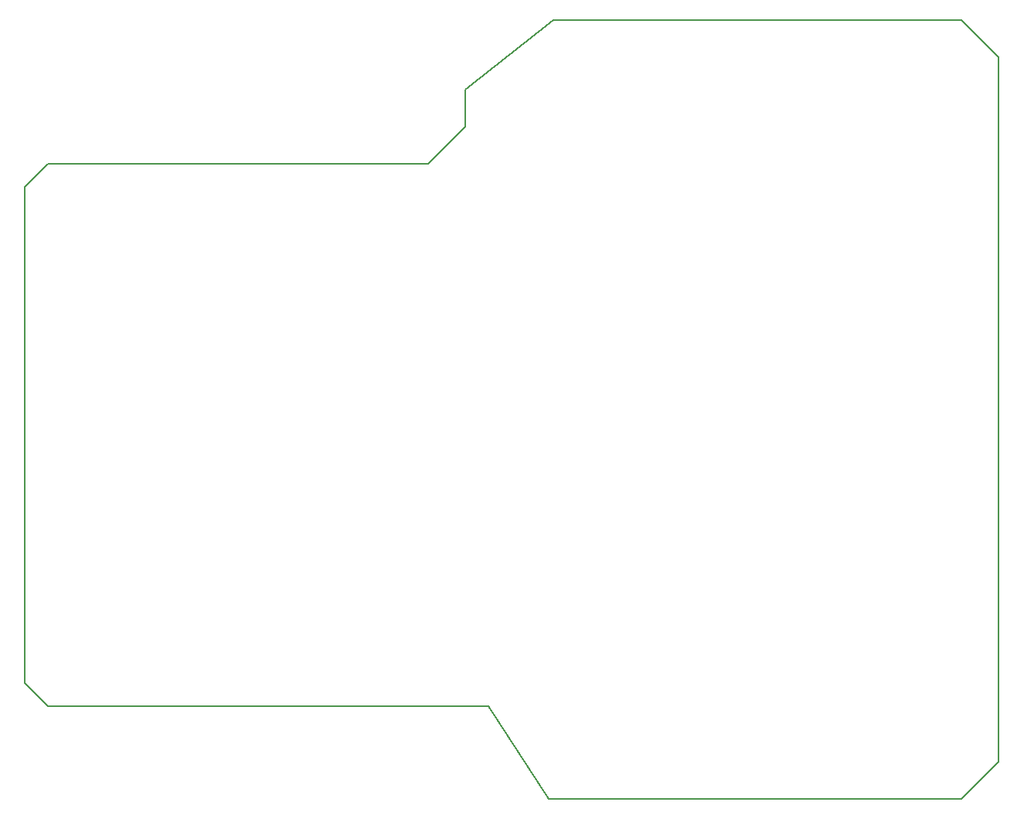
<source format=gbr>
%TF.GenerationSoftware,KiCad,Pcbnew,7.0.7*%
%TF.CreationDate,2024-04-23T12:32:46+02:00*%
%TF.ProjectId,SHIELD LCD1,53484945-4c44-4204-9c43-44312e6b6963,rev?*%
%TF.SameCoordinates,Original*%
%TF.FileFunction,Profile,NP*%
%FSLAX46Y46*%
G04 Gerber Fmt 4.6, Leading zero omitted, Abs format (unit mm)*
G04 Created by KiCad (PCBNEW 7.0.7) date 2024-04-23 12:32:46*
%MOMM*%
%LPD*%
G01*
G04 APERTURE LIST*
%TA.AperFunction,Profile*%
%ADD10C,0.150000*%
%TD*%
G04 APERTURE END LIST*
D10*
X168580000Y-26848000D02*
X158928000Y-34468000D01*
X161468000Y-102032000D02*
X113208000Y-102032000D01*
X213284000Y-112192000D02*
X168072000Y-112192000D01*
X217348000Y-30912000D02*
X213284000Y-26848000D01*
X168072000Y-112192000D02*
X161468000Y-102032000D01*
X217348000Y-108128000D02*
X213284000Y-112192000D01*
X217348000Y-30912000D02*
X217348000Y-108128000D01*
X110668000Y-99492000D02*
X110668000Y-45136000D01*
X113208000Y-102032000D02*
X110668000Y-99492000D01*
X113208000Y-42596000D02*
X154864000Y-42596000D01*
X168580000Y-26848000D02*
X213284000Y-26848000D01*
X154864000Y-42596000D02*
X158928000Y-38532000D01*
X110668000Y-45136000D02*
X113208000Y-42596000D01*
X158928000Y-38532000D02*
X158928000Y-34468000D01*
M02*

</source>
